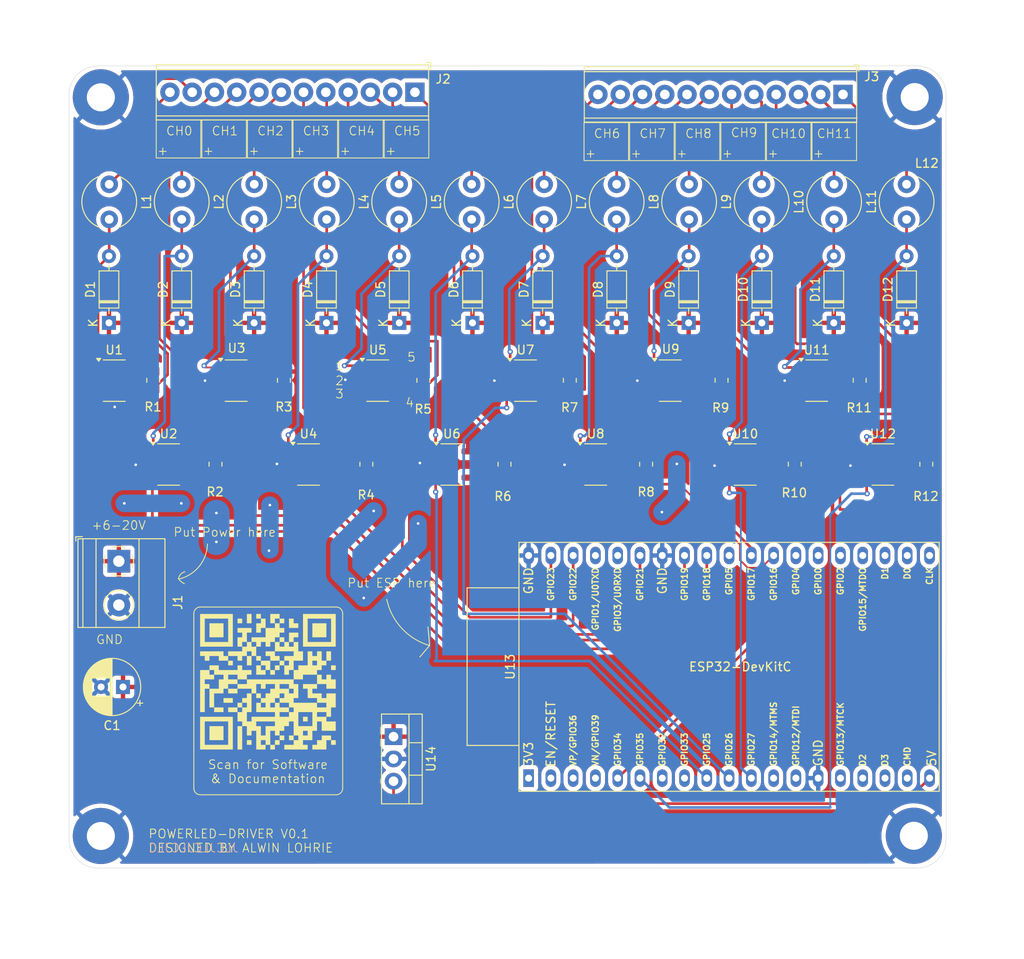
<source format=kicad_pcb>
(kicad_pcb
	(version 20240108)
	(generator "pcbnew")
	(generator_version "8.0")
	(general
		(thickness 1.6)
		(legacy_teardrops no)
	)
	(paper "A4")
	(layers
		(0 "F.Cu" signal)
		(31 "B.Cu" signal)
		(32 "B.Adhes" user "B.Adhesive")
		(33 "F.Adhes" user "F.Adhesive")
		(34 "B.Paste" user)
		(35 "F.Paste" user)
		(36 "B.SilkS" user "B.Silkscreen")
		(37 "F.SilkS" user "F.Silkscreen")
		(38 "B.Mask" user)
		(39 "F.Mask" user)
		(40 "Dwgs.User" user "User.Drawings")
		(41 "Cmts.User" user "User.Comments")
		(42 "Eco1.User" user "User.Eco1")
		(43 "Eco2.User" user "User.Eco2")
		(44 "Edge.Cuts" user)
		(45 "Margin" user)
		(46 "B.CrtYd" user "B.Courtyard")
		(47 "F.CrtYd" user "F.Courtyard")
		(48 "B.Fab" user)
		(49 "F.Fab" user)
		(50 "User.1" user)
		(51 "User.2" user)
		(52 "User.3" user)
		(53 "User.4" user)
		(54 "User.5" user)
		(55 "User.6" user)
		(56 "User.7" user)
		(57 "User.8" user)
		(58 "User.9" user)
	)
	(setup
		(stackup
			(layer "F.SilkS"
				(type "Top Silk Screen")
				(color "Black")
			)
			(layer "F.Paste"
				(type "Top Solder Paste")
			)
			(layer "F.Mask"
				(type "Top Solder Mask")
				(color "White")
				(thickness 0.01)
			)
			(layer "F.Cu"
				(type "copper")
				(thickness 0.035)
			)
			(layer "dielectric 1"
				(type "core")
				(thickness 1.51)
				(material "FR4")
				(epsilon_r 4.5)
				(loss_tangent 0.02)
			)
			(layer "B.Cu"
				(type "copper")
				(thickness 0.035)
			)
			(layer "B.Mask"
				(type "Bottom Solder Mask")
				(color "White")
				(thickness 0.01)
			)
			(layer "B.Paste"
				(type "Bottom Solder Paste")
			)
			(layer "B.SilkS"
				(type "Bottom Silk Screen")
				(color "Black")
			)
			(copper_finish "None")
			(dielectric_constraints no)
		)
		(pad_to_mask_clearance 0)
		(allow_soldermask_bridges_in_footprints no)
		(pcbplotparams
			(layerselection 0x00010fc_ffffffff)
			(plot_on_all_layers_selection 0x0000000_00000000)
			(disableapertmacros no)
			(usegerberextensions no)
			(usegerberattributes yes)
			(usegerberadvancedattributes yes)
			(creategerberjobfile yes)
			(dashed_line_dash_ratio 12.000000)
			(dashed_line_gap_ratio 3.000000)
			(svgprecision 4)
			(plotframeref no)
			(viasonmask no)
			(mode 1)
			(useauxorigin no)
			(hpglpennumber 1)
			(hpglpenspeed 20)
			(hpglpendiameter 15.000000)
			(pdf_front_fp_property_popups yes)
			(pdf_back_fp_property_popups yes)
			(dxfpolygonmode yes)
			(dxfimperialunits yes)
			(dxfusepcbnewfont yes)
			(psnegative no)
			(psa4output no)
			(plotreference yes)
			(plotvalue yes)
			(plotfptext yes)
			(plotinvisibletext no)
			(sketchpadsonfab no)
			(subtractmaskfromsilk no)
			(outputformat 1)
			(mirror no)
			(drillshape 0)
			(scaleselection 1)
			(outputdirectory "production")
		)
	)
	(net 0 "")
	(net 1 "Net-(D1-K)")
	(net 2 "Net-(D1-A)")
	(net 3 "Net-(D2-A)")
	(net 4 "Net-(D3-A)")
	(net 5 "Net-(D4-A)")
	(net 6 "Net-(D5-A)")
	(net 7 "Net-(D6-A)")
	(net 8 "Net-(D7-A)")
	(net 9 "Net-(D8-A)")
	(net 10 "Net-(D9-A)")
	(net 11 "/DIM0")
	(net 12 "Net-(D10-A)")
	(net 13 "Net-(D11-A)")
	(net 14 "Net-(D12-A)")
	(net 15 "Net-(U10-DIM)")
	(net 16 "Net-(U12-DIM)")
	(net 17 "Net-(U11-DIM)")
	(net 18 "Net-(U13-GPIO19)")
	(net 19 "Net-(U13-GPIO21)")
	(net 20 "Net-(U13-GPIO22)")
	(net 21 "Net-(U13-GPIO23)")
	(net 22 "Net-(U13-DAC_1{slash}ADC2_CH8{slash}GPIO25)")
	(net 23 "Net-(U13-DAC_2{slash}ADC2_CH9{slash}GPIO26)")
	(net 24 "Net-(U13-GPIO16)")
	(net 25 "Net-(U13-GPIO17)")
	(net 26 "unconnected-(U13-SD_CLK{slash}GPIO6-Pad20)")
	(net 27 "unconnected-(U13-CHIP_PU-Pad2)")
	(net 28 "unconnected-(U13-SD_DATA2{slash}GPIO9-Pad16)")
	(net 29 "unconnected-(U13-SENSOR_VN{slash}GPIO39{slash}ADC1_CH3-Pad4)")
	(net 30 "unconnected-(U13-MTDO{slash}GPIO15{slash}ADC2_CH3-Pad23)")
	(net 31 "unconnected-(U13-GPIO5-Pad29)")
	(net 32 "unconnected-(U13-SD_DATA1{slash}GPIO8-Pad22)")
	(net 33 "unconnected-(U13-SD_DATA3{slash}GPIO10-Pad17)")
	(net 34 "unconnected-(U13-32K_XP{slash}GPIO32{slash}ADC1_CH4-Pad7)")
	(net 35 "unconnected-(U13-SENSOR_VP{slash}GPIO36{slash}ADC1_CH0-Pad3)")
	(net 36 "unconnected-(U13-32K_XN{slash}GPIO33{slash}ADC1_CH5-Pad8)")
	(net 37 "unconnected-(U13-SD_DATA0{slash}GPIO7-Pad21)")
	(net 38 "unconnected-(U13-GPIO0{slash}BOOT{slash}ADC2_CH1-Pad25)")
	(net 39 "unconnected-(U13-MTCK{slash}GPIO13{slash}ADC2_CH4-Pad15)")
	(net 40 "unconnected-(U13-3V3-Pad1)")
	(net 41 "unconnected-(U13-U0RXD{slash}GPIO3-Pad34)")
	(net 42 "unconnected-(U13-U0TXD{slash}GPIO1-Pad35)")
	(net 43 "unconnected-(U13-MTMS{slash}GPIO14{slash}ADC2_CH6-Pad12)")
	(net 44 "unconnected-(U13-MTDI{slash}GPIO12{slash}ADC2_CH5-Pad13)")
	(net 45 "unconnected-(U13-ADC2_CH0{slash}GPIO4-Pad26)")
	(net 46 "unconnected-(U13-ADC2_CH2{slash}GPIO2-Pad24)")
	(net 47 "unconnected-(U13-CMD-Pad18)")
	(net 48 "Earth")
	(net 49 "Net-(J2-Pin_6)")
	(net 50 "Net-(J2-Pin_8)")
	(net 51 "Net-(J2-Pin_10)")
	(net 52 "Net-(J2-Pin_3)")
	(net 53 "Net-(J2-Pin_2)")
	(net 54 "Net-(J2-Pin_5)")
	(net 55 "Net-(J2-Pin_7)")
	(net 56 "Net-(J2-Pin_12)")
	(net 57 "Net-(J2-Pin_1)")
	(net 58 "Net-(J2-Pin_9)")
	(net 59 "Net-(J2-Pin_4)")
	(net 60 "Net-(J2-Pin_11)")
	(net 61 "Net-(J3-Pin_6)")
	(net 62 "Net-(J3-Pin_12)")
	(net 63 "Net-(J3-Pin_2)")
	(net 64 "Net-(J3-Pin_11)")
	(net 65 "Net-(J3-Pin_8)")
	(net 66 "Net-(J3-Pin_9)")
	(net 67 "Net-(J3-Pin_3)")
	(net 68 "Net-(J3-Pin_5)")
	(net 69 "Net-(J3-Pin_7)")
	(net 70 "Net-(J3-Pin_4)")
	(net 71 "Net-(J3-Pin_1)")
	(net 72 "Net-(J3-Pin_10)")
	(net 73 "Net-(U13-5V)")
	(footprint "Resistor_SMD:R_0805_2012Metric_Pad1.20x1.40mm_HandSolder" (layer "F.Cu") (at 151.75 77.9325 90))
	(footprint "Resistor_SMD:R_0805_2012Metric_Pad1.20x1.40mm_HandSolder" (layer "F.Cu") (at 134.8 77.9325 90))
	(footprint "Inductor_THT:L_Radial_D6.0mm_P4.00mm" (layer "F.Cu") (at 98.376362 46 -90))
	(footprint "Diode_THT:D_DO-35_SOD27_P7.62mm_Horizontal" (layer "F.Cu") (at 164.5 61.81 90))
	(footprint "Inductor_THT:L_Radial_D6.0mm_P4.00mm" (layer "F.Cu") (at 123.172724 46 -90))
	(footprint "Resistor_SMD:R_0805_2012Metric_Pad1.20x1.40mm_HandSolder" (layer "F.Cu") (at 109.4 68.3625 90))
	(footprint "Diode_THT:D_DO-35_SOD27_P7.62mm_Horizontal" (layer "F.Cu") (at 148 61.81 90))
	(footprint "Inductor_THT:L_Radial_D6.0mm_P4.00mm" (layer "F.Cu") (at 106.641816 46 -90))
	(footprint "Package_TO_SOT_SMD:SOT-89-5" (layer "F.Cu") (at 96.3 77.97))
	(footprint "Inductor_THT:L_Radial_D6.0mm_P4.00mm" (layer "F.Cu") (at 81.845454 46 -90))
	(footprint "Diode_THT:D_DO-35_SOD27_P7.62mm_Horizontal" (layer "F.Cu") (at 81.85 61.81 90))
	(footprint "LOGO" (layer "F.Cu") (at 91.675 102.75))
	(footprint "Package_TO_SOT_SMD:SOT-89-5" (layer "F.Cu") (at 88.05 68.4))
	(footprint "Package_TO_SOT_SMD:SOT-89-5" (layer "F.Cu") (at 74.15 68.4))
	(footprint "Resistor_SMD:R_0805_2012Metric_Pad1.20x1.40mm_HandSolder" (layer "F.Cu") (at 93.5 68.3625 90))
	(footprint "Package_TO_SOT_SMD:SOT-89-5" (layer "F.Cu") (at 146.1 77.97))
	(footprint "Package_TO_SOT_SMD:SOT-89-5" (layer "F.Cu") (at 121.05 68.4))
	(footprint "PCM_Espressif:ESP32-DevKitC" (layer "F.Cu") (at 121.4 113.75 90))
	(footprint "Package_TO_SOT_SMD:SOT-89-5" (layer "F.Cu") (at 129.05 77.97))
	(footprint "Inductor_THT:L_Radial_D6.0mm_P4.00mm" (layer "F.Cu") (at 131.438178 46 -90))
	(footprint "MountingHole:MountingHole_3.2mm_M3_Pad_TopBottom" (layer "F.Cu") (at 72.625 36.075))
	(footprint "Inductor_THT:L_Radial_D6.0mm_P4.00mm" (layer "F.Cu") (at 73.58 46 -90))
	(footprint "TerminalBlock_Phoenix:TerminalBlock_Phoenix_MPT-0,5-12-2.54_1x12_P2.54mm_Horizontal" (layer "F.Cu") (at 157.25 35.75 180))
	(footprint "Resistor_SMD:R_0805_2012Metric_Pad1.20x1.40mm_HandSolder" (layer "F.Cu") (at 85.7 77.9325 90))
	(footprint "Diode_THT:D_DO-35_SOD27_P7.62mm_Horizontal" (layer "F.Cu") (at 139.65 61.81 90))
	(footprint "Inductor_THT:L_Radial_D6.0mm_P4.00mm" (layer "F.Cu") (at 147.969086 46 -90))
	(footprint "Resistor_SMD:R_0805_2012Metric_Pad1.20x1.40mm_HandSolder" (layer "F.Cu") (at 143.4 68.3625 90))
	(footprint "Resistor_SMD:R_0805_2012Metric_Pad1.20x1.40mm_HandSolder"
		(locked yes)
		(layer "F.Cu")
		(uuid "59a545c7-7dd5-4e8d-b7e8-7fd27649bef2")
		(at 102.9 77.9325 90)
		(descr "Resistor SMD 0805 (2012 Metric), square (rectangular) end terminal, IPC_7351 nominal with elongated pad for handsoldering. (Body size source: IPC-SM-782 page 72, https://www.pcb-3d.com/wordpress/wp-content/uploads/ipc-sm-782a_amendment_1_and_2.pdf), generated with kicad-footprint-generator")
		(tags "resistor handsolder")
		(property "Reference" "R4"
			(at -3.5175 -0.025 180)
			(layer "F.SilkS")
			(uuid "b52f5120-1aee-43b1-8bd7-58bc21551615")
			(effects
				(font
					(size 1 1)
					(thickness 0.15)
				)
			)
		)
		(property "Value" "0.2 Ohm"
			(at 0 1.65 90)
			(layer "F.Fab")
			(uuid "af1e2f2a-3c71-43d7-80ed-f60bdb99f7c5")
			(effects
				(font
					(size 1 1)
					(thickness 0.15)
				)
			)
		)
		(property "Footprint" "Resistor_SMD:R_0805_2012Metric_Pad1.20x1.40mm_HandSolder"
			(at 0 0 90)
			(unlocked yes)
			(layer "F.Fab")
			(hide yes)
			(uuid "7fd1b2d1-fa8c-4788-afcd-2810db00caef")
			(effects
				(font
					(size 1.27 1.27)
				)
			)
		)
		(property "Datasheet" ""
			(at 0 0 90)
			(unlocked yes)
			(layer "F.Fab")
			(hide yes)
			(uuid "87f3433a-9e03-4519-9ebe-81117cefe758")
			(effects
				(font
					(size 1.27 1.27)
				)
			)
		)
		(property "Description" "Resistor"
			(at 0 0 90)
			(unlocked yes)
			(layer "F.Fab")
			(hide yes)
			(uuid "4f75d597-d1de-4962-ba22-27ab2ad812d0")
			(effects
				(font
					(size 1.27 1.27)
				)
			)
		)
		(property "LCSC" "C2130161"
			(at 77.9325 -102.9 0)
			(unlocked yes)
			(layer "F.Cu")
			(hide yes)
			(uuid "5d47e37e-af8a-4420-b7d9-d5eac23c8fbd")
			(effects
				(font
					(size 1.27 1.27)
					(thickness 0.15)
				)
			)
		)
		(property ki_fp_filters "R_*")
		(path "/217b9554-9476-4726-8082-e722feedb1ba")
		(sheetname "Root")
		(sheetfile "controller.kicad_sch")
		(attr smd)
		(fp_line
			(start -0.227064 -0.735)
			(end 0.227064 -0.735)
			(stroke
				(width 0.12)
				(type solid)
			)
			(layer "F.SilkS")
			(uuid "72
... [784004 chars truncated]
</source>
